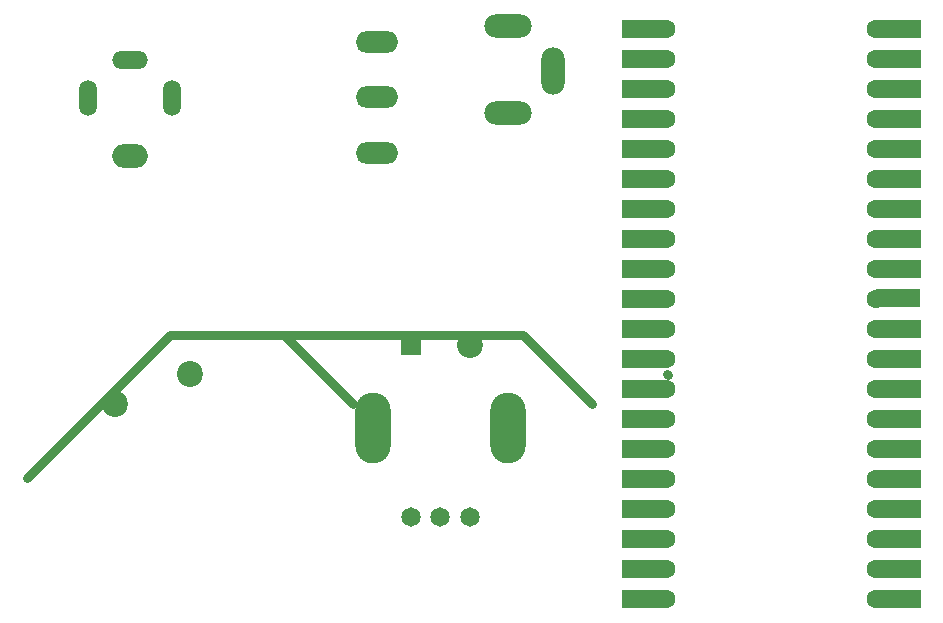
<source format=gbr>
%TF.GenerationSoftware,KiCad,Pcbnew,7.0.8*%
%TF.CreationDate,2023-12-13T18:23:58-05:00*%
%TF.ProjectId,test,74657374-2e6b-4696-9361-645f70636258,rev?*%
%TF.SameCoordinates,Original*%
%TF.FileFunction,Copper,L1,Top*%
%TF.FilePolarity,Positive*%
%FSLAX46Y46*%
G04 Gerber Fmt 4.6, Leading zero omitted, Abs format (unit mm)*
G04 Created by KiCad (PCBNEW 7.0.8) date 2023-12-13 18:23:58*
%MOMM*%
%LPD*%
G01*
G04 APERTURE LIST*
%TA.AperFunction,ComponentPad*%
%ADD10O,3.620000X1.810000*%
%TD*%
%TA.AperFunction,ComponentPad*%
%ADD11O,3.000000X6.000000*%
%TD*%
%TA.AperFunction,ComponentPad*%
%ADD12C,1.650000*%
%TD*%
%TA.AperFunction,ComponentPad*%
%ADD13C,2.200000*%
%TD*%
%TA.AperFunction,ComponentPad*%
%ADD14R,1.800000X1.800000*%
%TD*%
%TA.AperFunction,SMDPad,CuDef*%
%ADD15R,3.810000X1.600000*%
%TD*%
%TA.AperFunction,ComponentPad*%
%ADD16C,1.600000*%
%TD*%
%TA.AperFunction,ComponentPad*%
%ADD17O,4.000000X2.000000*%
%TD*%
%TA.AperFunction,ComponentPad*%
%ADD18O,2.000000X4.000000*%
%TD*%
%TA.AperFunction,ComponentPad*%
%ADD19O,1.508000X3.016000*%
%TD*%
%TA.AperFunction,ComponentPad*%
%ADD20O,3.016000X1.508000*%
%TD*%
%TA.AperFunction,ComponentPad*%
%ADD21O,3.016000X2.000000*%
%TD*%
%TA.AperFunction,Conductor*%
%ADD22C,0.800000*%
%TD*%
G04 APERTURE END LIST*
D10*
%TO.P,S1,1*%
%TO.N,N/C*%
X31225000Y-28305000D03*
%TO.P,S1,2*%
X31225000Y-23605000D03*
%TO.P,S1,3*%
X31225000Y-18905000D03*
%TD*%
D11*
%TO.P,MT2,S2,SHIELD*%
%TO.N,N/C*%
X42300000Y-51600000D03*
%TO.P,MT2,S1,SHIELD*%
X30900000Y-51600000D03*
D12*
%TO.P,MT2,COM,COM*%
X36600000Y-59100000D03*
%TO.P,MT2,B,B*%
X39100000Y-59100000D03*
%TO.P,MT2,A,A*%
X34100000Y-59100000D03*
D13*
%TO.P,MT2,2*%
X39100000Y-44600000D03*
D14*
%TO.P,MT2,1*%
X34100000Y-44600000D03*
%TD*%
D13*
%TO.P,SW3,2,2*%
%TO.N,N/C*%
X9010000Y-49530000D03*
%TO.P,SW3,1,1*%
X15360000Y-46990000D03*
%TD*%
D15*
%TO.P,M1,40,VBUS*%
%TO.N,N/C*%
X75390000Y-17789556D03*
D16*
X73485000Y-17789556D03*
D15*
%TO.P,M1,39,VSYS*%
X75390000Y-20329556D03*
D16*
X73485000Y-20329556D03*
D15*
%TO.P,M1,38,GND*%
X75390000Y-22869556D03*
D16*
X73485000Y-22869556D03*
D15*
%TO.P,M1,37,3V3_EN*%
X75390000Y-25409556D03*
D16*
X73485000Y-25409556D03*
D15*
%TO.P,M1,36,3V3_OUT*%
X75390000Y-27949556D03*
D16*
X73485000Y-27949556D03*
D15*
%TO.P,M1,35,ADC_VREF*%
X75390000Y-30489556D03*
D16*
X73485000Y-30489556D03*
D15*
%TO.P,M1,34,GP28*%
X75390000Y-33029556D03*
D16*
X73485000Y-33029556D03*
D15*
%TO.P,M1,33,GND*%
X75390000Y-35569556D03*
D16*
X73485000Y-35569556D03*
D15*
%TO.P,M1,32,GP27*%
X75390000Y-38109556D03*
D16*
X73485000Y-38109556D03*
D15*
%TO.P,M1,31,GP26*%
X75381443Y-40621692D03*
D16*
X73485000Y-40649556D03*
D15*
%TO.P,M1,30,RUN*%
X75390000Y-43189556D03*
D16*
X73485000Y-43189556D03*
D15*
%TO.P,M1,29,GP22*%
X75390000Y-45729556D03*
D16*
X73485000Y-45729556D03*
D15*
%TO.P,M1,28,GND*%
X75390000Y-48269556D03*
D16*
X73485000Y-48269556D03*
D15*
%TO.P,M1,27,GP21*%
X75390000Y-50809556D03*
D16*
X73485000Y-50809556D03*
D15*
%TO.P,M1,26,GP20*%
X75390000Y-53349556D03*
D16*
X73485000Y-53349556D03*
D15*
%TO.P,M1,25,GP19*%
X75390000Y-55889556D03*
D16*
X73485000Y-55889556D03*
D15*
%TO.P,M1,24,GP18*%
X75390000Y-58429556D03*
D16*
X73485000Y-58429556D03*
D15*
%TO.P,M1,23,GND*%
X75390000Y-60969556D03*
D16*
X73485000Y-60969556D03*
D15*
%TO.P,M1,22,GP17*%
X75390000Y-63509556D03*
D16*
X73485000Y-63509556D03*
D15*
%TO.P,M1,21,GP16*%
X75390000Y-66049556D03*
D16*
X73485000Y-66049556D03*
%TO.P,M1,20,GP15*%
X55705000Y-66049556D03*
D15*
X53800000Y-66049556D03*
D16*
%TO.P,M1,19,GP14*%
X55705000Y-63509556D03*
D15*
X53800000Y-63509556D03*
D16*
%TO.P,M1,18,GND*%
X55705000Y-60969556D03*
D15*
X53800000Y-60969556D03*
D16*
%TO.P,M1,17,GP13*%
X55705000Y-58429556D03*
D15*
X53800000Y-58429556D03*
D16*
%TO.P,M1,16,GP12*%
X55705000Y-55889556D03*
D15*
X53800000Y-55889556D03*
D16*
%TO.P,M1,15,GP11*%
X55705000Y-53349556D03*
D15*
X53800000Y-53349556D03*
D16*
%TO.P,M1,14,GP10*%
X55705000Y-50809556D03*
D15*
X53800000Y-50809556D03*
D16*
%TO.P,M1,13,GND*%
X55705000Y-48269556D03*
D15*
X53800000Y-48269556D03*
D16*
%TO.P,M1,12,GP9*%
X55705000Y-45729556D03*
D15*
X53800000Y-45729556D03*
D16*
%TO.P,M1,11,GP8*%
X55705000Y-43189556D03*
D15*
X53800000Y-43189556D03*
D16*
%TO.P,M1,10,GP7*%
X55705000Y-40649556D03*
D15*
X53800000Y-40649556D03*
D16*
%TO.P,M1,9,GP6*%
X55705000Y-38109556D03*
D15*
X53800000Y-38100000D03*
D16*
%TO.P,M1,8,GND*%
X55705000Y-35569556D03*
D15*
X53800000Y-35569556D03*
D16*
%TO.P,M1,7,GP5*%
X55705000Y-33029556D03*
D15*
X53800000Y-33029556D03*
D16*
%TO.P,M1,6,GP4*%
X55705000Y-30489556D03*
D15*
X53800000Y-30489556D03*
D16*
%TO.P,M1,5,GP3*%
X55705000Y-27949556D03*
D15*
X53800000Y-27949556D03*
D16*
%TO.P,M1,4,GP2*%
X55705000Y-25409556D03*
D15*
X53800000Y-25409556D03*
D16*
%TO.P,M1,3,GND*%
X55705000Y-22869556D03*
D15*
X53800000Y-22869556D03*
D16*
%TO.P,M1,2,GP1*%
X55705000Y-20329556D03*
D15*
X53800000Y-20329556D03*
D16*
%TO.P,M1,1,GP0*%
X55705000Y-17789556D03*
D15*
X53800000Y-17789556D03*
%TD*%
D17*
%TO.P,J9,3*%
%TO.N,N/C*%
X42300000Y-17600000D03*
D18*
%TO.P,J9,2*%
X46100000Y-21400000D03*
D17*
%TO.P,J9,1*%
X42300000Y-24900000D03*
%TD*%
D19*
%TO.P,J2,1*%
%TO.N,N/C*%
X13880000Y-23680000D03*
D20*
%TO.P,J2,2*%
X10330000Y-20480000D03*
D19*
%TO.P,J2,4*%
X6780000Y-23680000D03*
D21*
%TO.P,J2,5*%
X10330000Y-28580000D03*
%TD*%
D22*
%TO.N,*%
X55870000Y-47100000D02*
X55760000Y-46990000D01*
X43585000Y-43705000D02*
X49410000Y-49530000D01*
X23385000Y-43705000D02*
X29210000Y-49530000D01*
X23205000Y-43705000D02*
X43525000Y-43705000D01*
X43525000Y-43705000D02*
X43585000Y-43705000D01*
X13735000Y-43705000D02*
X23205000Y-43705000D01*
X23205000Y-43705000D02*
X23385000Y-43705000D01*
X7910000Y-49530000D02*
X9010000Y-49530000D01*
X7357500Y-50082500D02*
X13735000Y-43705000D01*
X7357500Y-50082500D02*
X7910000Y-49530000D01*
X1615000Y-55825000D02*
X7357500Y-50082500D01*
%TD*%
M02*

</source>
